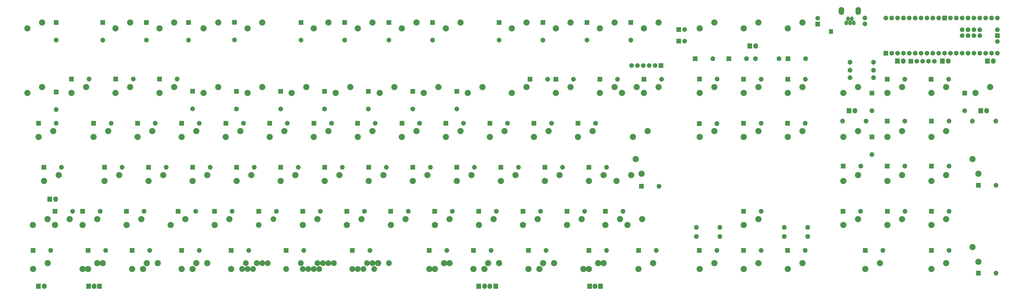
<source format=gbr>
G04 #@! TF.FileFunction,Soldermask,Top*
%FSLAX46Y46*%
G04 Gerber Fmt 4.6, Leading zero omitted, Abs format (unit mm)*
G04 Created by KiCad (PCBNEW 4.0.5+dfsg1-4) date Sun Sep 23 14:38:37 2018*
%MOMM*%
%LPD*%
G01*
G04 APERTURE LIST*
%ADD10C,0.100000*%
%ADD11C,2.686000*%
%ADD12R,2.051000X2.051000*%
%ADD13C,2.051000*%
%ADD14C,2.000000*%
%ADD15R,2.000000X2.000000*%
%ADD16C,2.500000*%
%ADD17O,2.400000X3.400000*%
%ADD18O,1.500000X2.050000*%
%ADD19R,2.050000X2.300000*%
%ADD20O,2.050000X2.300000*%
%ADD21C,2.432000*%
G04 APERTURE END LIST*
D10*
D11*
X316540000Y-85977500D03*
X310190000Y-88517500D03*
X249865000Y-57990000D03*
X243515000Y-60530000D03*
X230815000Y-57990000D03*
X224465000Y-60530000D03*
X211765000Y-57990000D03*
X205415000Y-60530000D03*
X192715000Y-57990000D03*
X186365000Y-60530000D03*
X164140000Y-57990000D03*
X157790000Y-60530000D03*
X145090000Y-57990000D03*
X138740000Y-60530000D03*
X259390000Y-85977500D03*
X253040000Y-88517500D03*
X240340000Y-85977500D03*
X233990000Y-88517500D03*
X145090000Y-85977500D03*
X138740000Y-88517500D03*
X221290000Y-85977500D03*
X214940000Y-88517500D03*
X202240000Y-85977500D03*
X195890000Y-88517500D03*
X183190000Y-85977500D03*
X176840000Y-88517500D03*
X164140000Y-85977500D03*
X157790000Y-88517500D03*
X378702000Y-143128000D03*
X372352000Y-145668000D03*
X378702000Y-85977500D03*
X372352000Y-88517500D03*
D12*
X353130000Y-156660000D03*
D13*
X360750000Y-156660000D03*
D14*
X454140000Y-71280000D03*
X456680000Y-71280000D03*
X459220000Y-71280000D03*
X451600000Y-71280000D03*
X449060000Y-71280000D03*
X446520000Y-71280000D03*
X443980000Y-71280000D03*
X441440000Y-71280000D03*
X438900000Y-71280000D03*
X436360000Y-71280000D03*
D15*
X433820000Y-71280000D03*
D14*
X461760000Y-71280000D03*
X464300000Y-71280000D03*
X466840000Y-71280000D03*
X469380000Y-71280000D03*
X471920000Y-71280000D03*
X474460000Y-71280000D03*
X477000000Y-71280000D03*
X479540000Y-71280000D03*
X482080000Y-66200000D03*
D15*
X482080000Y-63660000D03*
D14*
X482080000Y-61120000D03*
X482080000Y-56040000D03*
X479540000Y-56040000D03*
X477000000Y-56040000D03*
X474460000Y-56040000D03*
X471920000Y-56040000D03*
X469380000Y-56040000D03*
X466840000Y-56040000D03*
X464300000Y-56040000D03*
X461760000Y-56040000D03*
D15*
X459220000Y-56040000D03*
D14*
X456680000Y-56040000D03*
X454140000Y-56040000D03*
X451600000Y-56040000D03*
X449060000Y-56040000D03*
X446520000Y-56040000D03*
X443980000Y-56040000D03*
X441440000Y-56040000D03*
X438900000Y-56040000D03*
X436360000Y-56040000D03*
X433820000Y-56040000D03*
X466840000Y-61120000D03*
X469380000Y-61120000D03*
X471920000Y-61120000D03*
X474460000Y-61120000D03*
X466840000Y-63660000D03*
X469380000Y-63660000D03*
X471920000Y-63660000D03*
X474460000Y-63660000D03*
X482080000Y-71280000D03*
D11*
X242719000Y-162178000D03*
X236369000Y-164718000D03*
X245098000Y-162178000D03*
X238748000Y-164718000D03*
X335590000Y-57990000D03*
X329240000Y-60530000D03*
D16*
X190334000Y-162178000D03*
X183984000Y-164718000D03*
X187952000Y-162178000D03*
X181602000Y-164718000D03*
X195096000Y-162178000D03*
X188746000Y-164718000D03*
X192680000Y-162178000D03*
X186330000Y-164718000D03*
D11*
X95083800Y-162178000D03*
X88733800Y-164718000D03*
X118896200Y-162178000D03*
X112546200Y-164718000D03*
X140326200Y-162178000D03*
X133976200Y-164718000D03*
X311778000Y-162178000D03*
X305428000Y-164718000D03*
X290346000Y-162178000D03*
X283996000Y-164718000D03*
X266546000Y-162178000D03*
X260196000Y-164718000D03*
X397752000Y-57990000D03*
X391402000Y-60530000D03*
D14*
X424760000Y-58590000D03*
X424760000Y-56050000D03*
X424760000Y-58590000D03*
X424760000Y-56050000D03*
D15*
X404420000Y-58670000D03*
D14*
X404420000Y-56130000D03*
D17*
X414640000Y-53035000D03*
X421940000Y-53035000D03*
D18*
X419940000Y-58200000D03*
X418340000Y-58200000D03*
X416740000Y-58200000D03*
X417540000Y-56400000D03*
X419140000Y-56400000D03*
D16*
X211750000Y-162178000D03*
X205400000Y-164718000D03*
D11*
X214230000Y-162178000D03*
D16*
X207880000Y-164718000D03*
X218915000Y-162178000D03*
X212565000Y-164718000D03*
X166505000Y-162178000D03*
X160155000Y-164718000D03*
X164140000Y-162178000D03*
X157790000Y-164718000D03*
X161736200Y-162178000D03*
X155386200Y-164718000D03*
X156977000Y-162178000D03*
D11*
X150627000Y-164718000D03*
D19*
X265110000Y-172160000D03*
D20*
X262570000Y-172160000D03*
D19*
X257780000Y-172160000D03*
D20*
X260320000Y-172160000D03*
D11*
X135565000Y-162178000D03*
X129215000Y-164718000D03*
D16*
X180777000Y-162178000D03*
X174427000Y-164718000D03*
D12*
X351370000Y-73670000D03*
D13*
X358990000Y-73670000D03*
D14*
X326390000Y-76620000D03*
X334010000Y-76620000D03*
X328930000Y-76620000D03*
X331470000Y-76620000D03*
X323850000Y-76620000D03*
D15*
X336550000Y-76620000D03*
X444730000Y-74750000D03*
D14*
X454890000Y-74750000D03*
X447270000Y-74750000D03*
X449810000Y-74750000D03*
X452350000Y-74750000D03*
X346790000Y-61070000D03*
D15*
X344250000Y-61070000D03*
D14*
X346790000Y-66070000D03*
D15*
X344250000Y-66070000D03*
D12*
X353240000Y-82470000D03*
D13*
X360860000Y-82470000D03*
D11*
X207002000Y-143128000D03*
X200652000Y-145668000D03*
X397752000Y-162178000D03*
X391402000Y-164718000D03*
X397752000Y-105027500D03*
X391402000Y-107567500D03*
X71255400Y-143128000D03*
X64905400Y-145668000D03*
D12*
X205330000Y-101570000D03*
D13*
X212950000Y-101570000D03*
D12*
X152050000Y-57960000D03*
D13*
X152050000Y-65580000D03*
D11*
X254628000Y-124077500D03*
X248278000Y-126617500D03*
X278440000Y-85977500D03*
X272090000Y-88517500D03*
D12*
X74950000Y-88060000D03*
D13*
X74950000Y-95680000D03*
D11*
X421815000Y-85977500D03*
X415465000Y-88517500D03*
X397752000Y-85977500D03*
X391402000Y-88517500D03*
X378702000Y-57990000D03*
X372352000Y-60530000D03*
D19*
X438830000Y-74670000D03*
D20*
X441370000Y-74670000D03*
D19*
X477780000Y-74670000D03*
D20*
X480320000Y-74670000D03*
D19*
X458280000Y-74670000D03*
D20*
X460820000Y-74670000D03*
D19*
X67280000Y-172150000D03*
D20*
X69820000Y-172150000D03*
D11*
X359652000Y-85977500D03*
X353302000Y-88517500D03*
X335590000Y-85977500D03*
X329240000Y-88517500D03*
X440865000Y-85977500D03*
X434515000Y-88517500D03*
X192715000Y-105027500D03*
X186365000Y-107567500D03*
X230815000Y-105027500D03*
X224465000Y-107567500D03*
D19*
X72160000Y-134420000D03*
D20*
X74700000Y-134420000D03*
D19*
X374980000Y-68170000D03*
D20*
X377520000Y-68170000D03*
D19*
X417910000Y-96170000D03*
D20*
X420450000Y-96170000D03*
D19*
X474910000Y-96170000D03*
D20*
X477450000Y-96170000D03*
D19*
X310390000Y-172170000D03*
X305710000Y-172170000D03*
D20*
X308050000Y-172170000D03*
D19*
X93690000Y-172170000D03*
X89010000Y-172170000D03*
D20*
X91350000Y-172170000D03*
D11*
X326065000Y-85977500D03*
X319715000Y-88517500D03*
X328446000Y-143128000D03*
X322096000Y-145668000D03*
X318905000Y-143128000D03*
X312555000Y-145668000D03*
X323685000Y-124077500D03*
X317335000Y-126617500D03*
X325605000Y-117092500D03*
X328145000Y-123442500D03*
X311778000Y-124077500D03*
X305428000Y-126617500D03*
X261771000Y-162178000D03*
X255421000Y-164718000D03*
X309396000Y-162178000D03*
X303046000Y-164718000D03*
X285584000Y-162178000D03*
X279234000Y-164718000D03*
D16*
X209384000Y-162178000D03*
X203034000Y-164718000D03*
D11*
X92686600Y-143128000D03*
X86336600Y-145668000D03*
X80797800Y-143128000D03*
X74447800Y-145668000D03*
X114133800Y-162178000D03*
X107783800Y-164718000D03*
X92702500Y-162178000D03*
X86352500Y-164718000D03*
D12*
X266540000Y-57970000D03*
D13*
X266540000Y-65590000D03*
D12*
X285510000Y-57970000D03*
D13*
X285510000Y-65590000D03*
D12*
X304570000Y-57970000D03*
D13*
X304570000Y-65590000D03*
D12*
X323550000Y-57970000D03*
D13*
X323550000Y-65590000D03*
D12*
X365930000Y-73670000D03*
D13*
X373550000Y-73670000D03*
D12*
X391550000Y-73670000D03*
D13*
X399170000Y-73670000D03*
D12*
X74950000Y-57970000D03*
D13*
X74950000Y-65590000D03*
D12*
X248250000Y-87770000D03*
D13*
X248250000Y-95390000D03*
D12*
X279950000Y-82570000D03*
D13*
X287570000Y-82570000D03*
D12*
X291130000Y-82570000D03*
D13*
X298750000Y-82570000D03*
D12*
X310150000Y-82570000D03*
D13*
X317770000Y-82570000D03*
D12*
X329230000Y-82570000D03*
D13*
X336850000Y-82570000D03*
D12*
X372340000Y-82570000D03*
D13*
X379960000Y-82570000D03*
D12*
X391440000Y-82570000D03*
D13*
X399060000Y-82570000D03*
D12*
X427870000Y-88530000D03*
D13*
X427870000Y-96150000D03*
D12*
X434430000Y-82570000D03*
D13*
X442050000Y-82570000D03*
D12*
X453440000Y-82570000D03*
D13*
X461060000Y-82570000D03*
D12*
X467950000Y-88560000D03*
D13*
X467950000Y-96180000D03*
D12*
X262530000Y-101570000D03*
D13*
X270150000Y-101570000D03*
D12*
X281640000Y-101570000D03*
D13*
X289260000Y-101570000D03*
D12*
X300640000Y-101570000D03*
D13*
X308260000Y-101570000D03*
D12*
X353140000Y-101820000D03*
D13*
X360760000Y-101820000D03*
D12*
X372330000Y-101570000D03*
D13*
X379950000Y-101570000D03*
D12*
X391330000Y-101570000D03*
D13*
X398950000Y-101570000D03*
D12*
X427850000Y-107550000D03*
D13*
X427850000Y-115170000D03*
D12*
X434440000Y-100670000D03*
D13*
X442060000Y-100670000D03*
D12*
X453540000Y-100670000D03*
D13*
X461160000Y-100670000D03*
D12*
X267330000Y-120670000D03*
D13*
X274950000Y-120670000D03*
D12*
X286350000Y-120670000D03*
D13*
X293970000Y-120670000D03*
D12*
X305450000Y-120670000D03*
D13*
X313070000Y-120670000D03*
D12*
X328130000Y-128870000D03*
D13*
X335750000Y-128870000D03*
D12*
X415430000Y-120170000D03*
D13*
X423050000Y-120170000D03*
D12*
X434450000Y-120170000D03*
D13*
X442070000Y-120170000D03*
D12*
X453540000Y-120170000D03*
D13*
X461160000Y-120170000D03*
D12*
X473930000Y-128470000D03*
D13*
X481550000Y-128470000D03*
D12*
X257750000Y-139670000D03*
D13*
X265370000Y-139670000D03*
D12*
X276850000Y-139670000D03*
D13*
X284470000Y-139670000D03*
D12*
X295930000Y-139670000D03*
D13*
X303550000Y-139670000D03*
D12*
X312540000Y-139670000D03*
D13*
X320160000Y-139670000D03*
D12*
X372330000Y-139670000D03*
D13*
X379950000Y-139670000D03*
D12*
X415350000Y-139670000D03*
D13*
X422970000Y-139670000D03*
D12*
X434550000Y-139670000D03*
D13*
X442170000Y-139670000D03*
D12*
X453550000Y-139670000D03*
D13*
X461170000Y-139670000D03*
D12*
X279240000Y-156660000D03*
D13*
X286860000Y-156660000D03*
D12*
X305410000Y-156660000D03*
D13*
X313030000Y-156660000D03*
D12*
X326930000Y-156660000D03*
D13*
X334550000Y-156660000D03*
D12*
X372330000Y-156660000D03*
D13*
X379950000Y-156660000D03*
D12*
X391330000Y-156660000D03*
D13*
X398950000Y-156660000D03*
D12*
X424950000Y-156660000D03*
D13*
X432570000Y-156660000D03*
D12*
X453540000Y-156660000D03*
D13*
X461160000Y-156660000D03*
D12*
X473930000Y-166470000D03*
D13*
X481550000Y-166470000D03*
D12*
X95090000Y-57970000D03*
D13*
X95090000Y-65590000D03*
D12*
X113940000Y-57970000D03*
D13*
X113940000Y-65590000D03*
D12*
X132150000Y-57970000D03*
D13*
X132150000Y-65590000D03*
D12*
X180850000Y-57970000D03*
D13*
X180850000Y-65590000D03*
D12*
X199750000Y-57970000D03*
D13*
X199750000Y-65590000D03*
D12*
X218850000Y-57970000D03*
D13*
X218850000Y-65590000D03*
D12*
X237750000Y-57970000D03*
D13*
X237750000Y-65590000D03*
D12*
X81540000Y-82470000D03*
D13*
X89160000Y-82470000D03*
D12*
X100650000Y-82470000D03*
D13*
X108270000Y-82470000D03*
D12*
X119690000Y-82470000D03*
D13*
X127310000Y-82470000D03*
D12*
X133950000Y-87760000D03*
D13*
X133950000Y-95380000D03*
D12*
X152950000Y-87770000D03*
D13*
X152950000Y-95390000D03*
D12*
X172050000Y-87770000D03*
D13*
X172050000Y-95390000D03*
D12*
X191050000Y-87770000D03*
D13*
X191050000Y-95390000D03*
D12*
X209950000Y-87770000D03*
D13*
X209950000Y-95390000D03*
D12*
X229250000Y-87770000D03*
D13*
X229250000Y-95390000D03*
D12*
X67330000Y-101570000D03*
D13*
X74950000Y-101570000D03*
D12*
X91140000Y-101570000D03*
D13*
X98760000Y-101570000D03*
D12*
X110140000Y-101570000D03*
D13*
X117760000Y-101570000D03*
D12*
X129240000Y-101570000D03*
D13*
X136860000Y-101570000D03*
D12*
X148340000Y-101570000D03*
D13*
X155960000Y-101570000D03*
D12*
X167330000Y-101570000D03*
D13*
X174950000Y-101570000D03*
D12*
X186440000Y-101570000D03*
D13*
X194060000Y-101570000D03*
D12*
X224540000Y-101570000D03*
D13*
X232160000Y-101570000D03*
D12*
X243540000Y-101570000D03*
D13*
X251160000Y-101570000D03*
D12*
X69640000Y-120670000D03*
D13*
X77260000Y-120670000D03*
D12*
X95850000Y-120670000D03*
D13*
X103470000Y-120670000D03*
D12*
X114940000Y-120670000D03*
D13*
X122560000Y-120670000D03*
D12*
X133940000Y-120670000D03*
D13*
X141560000Y-120670000D03*
D12*
X153050000Y-120670000D03*
D13*
X160670000Y-120670000D03*
D12*
X172050000Y-120670000D03*
D13*
X179670000Y-120670000D03*
D12*
X191140000Y-120670000D03*
D13*
X198760000Y-120670000D03*
D12*
X210150000Y-120670000D03*
D13*
X217770000Y-120670000D03*
D12*
X229250000Y-120670000D03*
D13*
X236870000Y-120670000D03*
D12*
X248250000Y-120670000D03*
D13*
X255870000Y-120670000D03*
D12*
X74430000Y-139670000D03*
D13*
X82050000Y-139670000D03*
D12*
X86340000Y-139670000D03*
D13*
X93960000Y-139670000D03*
D12*
X105350000Y-139670000D03*
D13*
X112970000Y-139670000D03*
D12*
X127730000Y-139670000D03*
D13*
X135350000Y-139670000D03*
D12*
X143450000Y-139670000D03*
D13*
X151070000Y-139670000D03*
D12*
X162550000Y-139670000D03*
D13*
X170170000Y-139670000D03*
D12*
X181630000Y-139670000D03*
D13*
X189250000Y-139670000D03*
D12*
X200650000Y-139670000D03*
D13*
X208270000Y-139670000D03*
D12*
X219640000Y-139670000D03*
D13*
X227260000Y-139670000D03*
D12*
X238730000Y-139670000D03*
D13*
X246350000Y-139670000D03*
D12*
X64950000Y-156660000D03*
D13*
X72570000Y-156660000D03*
D12*
X88730000Y-156660000D03*
D13*
X96350000Y-156660000D03*
D12*
X107840000Y-156660000D03*
D13*
X115460000Y-156660000D03*
D12*
X129240000Y-156660000D03*
D13*
X136860000Y-156660000D03*
D12*
X150640000Y-156660000D03*
D13*
X158260000Y-156660000D03*
D12*
X174450000Y-156660000D03*
D13*
X182070000Y-156660000D03*
D12*
X203040000Y-156660000D03*
D13*
X210660000Y-156660000D03*
D12*
X236340000Y-156660000D03*
D13*
X243960000Y-156660000D03*
D12*
X255430000Y-156660000D03*
D13*
X263050000Y-156660000D03*
D11*
X278440000Y-57990000D03*
X272090000Y-60530000D03*
X297490000Y-57990000D03*
X291140000Y-60530000D03*
X316540000Y-57990000D03*
X310190000Y-60530000D03*
X359652000Y-57990000D03*
X353302000Y-60530000D03*
X68890000Y-57990000D03*
X62540000Y-60530000D03*
X297490000Y-85977500D03*
X291140000Y-88517500D03*
X459915000Y-85977500D03*
X453565000Y-88517500D03*
X478965000Y-85977500D03*
X472615000Y-88517500D03*
X268915000Y-105027500D03*
X262565000Y-107567500D03*
X287965000Y-105027500D03*
X281615000Y-107567500D03*
X307015000Y-105027500D03*
X300665000Y-107567500D03*
X359652000Y-105027500D03*
X353302000Y-107567500D03*
X378702000Y-105027500D03*
X372352000Y-107567500D03*
X421815000Y-105027500D03*
X415465000Y-107567500D03*
X440865000Y-105027500D03*
X434515000Y-107567500D03*
X459915000Y-105027500D03*
X453565000Y-107567500D03*
X273678000Y-124077500D03*
X267328000Y-126617500D03*
X292728000Y-124077500D03*
X286378000Y-126617500D03*
X330828000Y-105027500D03*
X324478000Y-107567500D03*
X421815000Y-124077500D03*
X415465000Y-126617500D03*
X440865000Y-124077500D03*
X434515000Y-126617500D03*
X459915000Y-124077500D03*
X453565000Y-126617500D03*
X471345000Y-117092500D03*
X473885000Y-123442500D03*
X264152000Y-143128000D03*
X257802000Y-145668000D03*
X283202000Y-143128000D03*
X276852000Y-145668000D03*
X302252000Y-143128000D03*
X295902000Y-145668000D03*
X421815000Y-143128000D03*
X415465000Y-145668000D03*
X440865000Y-143128000D03*
X434515000Y-145668000D03*
X459915000Y-143128000D03*
X453565000Y-145668000D03*
X333199000Y-162178000D03*
X326849000Y-164718000D03*
X359652000Y-162178000D03*
X353302000Y-164718000D03*
X378702000Y-162178000D03*
X372352000Y-164718000D03*
X431340000Y-162178000D03*
X424990000Y-164718000D03*
X459915000Y-162178000D03*
X453565000Y-164718000D03*
X471345000Y-155192000D03*
X473885000Y-161542000D03*
X106990000Y-57990000D03*
X100640000Y-60530000D03*
X126040000Y-57990000D03*
X119690000Y-60530000D03*
X68890000Y-85977500D03*
X62540000Y-88517500D03*
X87940000Y-85977500D03*
X81590000Y-88517500D03*
X106990000Y-85977500D03*
X100640000Y-88517500D03*
X126040000Y-85977500D03*
X119690000Y-88517500D03*
X73652500Y-105027500D03*
X67302500Y-107567500D03*
X97465000Y-105027500D03*
X91115000Y-107567500D03*
X116515000Y-105027500D03*
X110165000Y-107567500D03*
X135565000Y-105027500D03*
X129215000Y-107567500D03*
X154615000Y-105027500D03*
X148265000Y-107567500D03*
X173665000Y-105027500D03*
X167315000Y-107567500D03*
X211765000Y-105027500D03*
X205415000Y-107567500D03*
X249865000Y-105027500D03*
X243515000Y-107567500D03*
X76034700Y-124077500D03*
X69684700Y-126617500D03*
X102227500Y-124077500D03*
X95877500Y-126617500D03*
X121277500Y-124077500D03*
X114927500Y-126617500D03*
X140327500Y-124077500D03*
X133977500Y-126617500D03*
X159378000Y-124077500D03*
X153028000Y-126617500D03*
X178428000Y-124077500D03*
X172078000Y-126617500D03*
X197478000Y-124077500D03*
X191128000Y-126617500D03*
X216528000Y-124077500D03*
X210178000Y-126617500D03*
X235578000Y-124077500D03*
X229228000Y-126617500D03*
X111752500Y-143128000D03*
X105402500Y-145668000D03*
X130802500Y-143128000D03*
X124452500Y-145668000D03*
X149852000Y-143128000D03*
X143502000Y-145668000D03*
D21*
X168902000Y-143128000D03*
X162552000Y-145668000D03*
D11*
X187952000Y-143128000D03*
X181602000Y-145668000D03*
X226052000Y-143128000D03*
X219702000Y-145668000D03*
X245102000Y-143128000D03*
X238752000Y-145668000D03*
X71272800Y-162178000D03*
X64922800Y-164718000D03*
D13*
X387630000Y-73670000D03*
X377470000Y-73670000D03*
X418340000Y-75230000D03*
X428500000Y-75230000D03*
X415150000Y-100670000D03*
X425310000Y-100670000D03*
X471290000Y-100670000D03*
X481450000Y-100670000D03*
X418340000Y-78670000D03*
X428500000Y-78670000D03*
X418340000Y-81870000D03*
X428500000Y-81870000D03*
X362030000Y-150670000D03*
X351870000Y-150670000D03*
X362030000Y-146670000D03*
X351870000Y-146670000D03*
X400030000Y-146670000D03*
X389870000Y-146670000D03*
X400030000Y-150670000D03*
X389870000Y-150670000D03*
D10*
G36*
X410930000Y-62850000D02*
X409330000Y-62850000D01*
X409330000Y-60910000D01*
X410930000Y-60910000D01*
X410930000Y-62850000D01*
X410930000Y-62850000D01*
G37*
X410930000Y-62850000D02*
X409330000Y-62850000D01*
X409330000Y-60910000D01*
X410930000Y-60910000D01*
X410930000Y-62850000D01*
M02*

</source>
